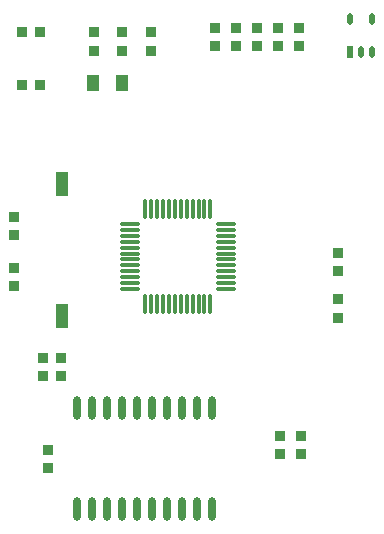
<source format=gtp>
%FSLAX25Y25*%
%MOIN*%
G70*
G01*
G75*
G04 Layer_Color=8421504*
%ADD10O,0.02400X0.08000*%
%ADD11R,0.03740X0.03543*%
%ADD12R,0.03543X0.03740*%
%ADD13O,0.07087X0.01181*%
%ADD14O,0.01181X0.07087*%
%ADD15R,0.02000X0.04000*%
%ADD16O,0.02000X0.04000*%
%ADD17R,0.03937X0.05709*%
%ADD18R,0.03937X0.07874*%
%ADD19C,0.01000*%
%ADD20O,0.05512X0.04724*%
%ADD21R,0.05512X0.04724*%
%ADD22C,0.19685*%
%ADD23R,0.07284X0.07284*%
%ADD24C,0.07284*%
%ADD25C,0.05512*%
%ADD26R,0.05512X0.05512*%
%ADD27C,0.03000*%
%ADD28C,0.00984*%
%ADD29C,0.02362*%
%ADD30C,0.00787*%
%ADD31C,0.00394*%
%ADD32C,0.00800*%
D10*
X398500Y430571D02*
D03*
X403500D02*
D03*
X408500D02*
D03*
X413500D02*
D03*
X418500D02*
D03*
X423500D02*
D03*
X428500D02*
D03*
X433500D02*
D03*
X438500D02*
D03*
X443500D02*
D03*
Y464429D02*
D03*
X438500D02*
D03*
X433500D02*
D03*
X428500D02*
D03*
X423500D02*
D03*
X418500D02*
D03*
X413500D02*
D03*
X408500D02*
D03*
X403500D02*
D03*
X398500D02*
D03*
D11*
X393051Y475000D02*
D03*
X386949D02*
D03*
X379949Y589748D02*
D03*
X386051D02*
D03*
X379949Y572000D02*
D03*
X386051D02*
D03*
X393051Y481000D02*
D03*
X386949D02*
D03*
D12*
X377500Y511051D02*
D03*
Y504949D02*
D03*
X388700Y450451D02*
D03*
Y444349D02*
D03*
X485500Y516051D02*
D03*
Y509949D02*
D03*
Y500551D02*
D03*
Y494449D02*
D03*
X473031Y455047D02*
D03*
Y448945D02*
D03*
X466000Y455051D02*
D03*
Y448949D02*
D03*
X404000Y589551D02*
D03*
Y583449D02*
D03*
X423000Y583449D02*
D03*
Y589551D02*
D03*
X413500Y589551D02*
D03*
Y583449D02*
D03*
X377500Y521949D02*
D03*
Y528051D02*
D03*
X458500Y591051D02*
D03*
Y584949D02*
D03*
X465500D02*
D03*
Y591051D02*
D03*
X472500Y584949D02*
D03*
Y591051D02*
D03*
X451500D02*
D03*
Y584949D02*
D03*
X444500Y584949D02*
D03*
Y591051D02*
D03*
D13*
X416012Y525658D02*
D03*
Y523689D02*
D03*
Y521721D02*
D03*
Y519752D02*
D03*
Y517783D02*
D03*
Y515815D02*
D03*
Y513846D02*
D03*
Y511878D02*
D03*
Y509909D02*
D03*
Y507941D02*
D03*
Y505972D02*
D03*
Y504004D02*
D03*
X447902D02*
D03*
Y505972D02*
D03*
Y507941D02*
D03*
Y509909D02*
D03*
Y511878D02*
D03*
Y513846D02*
D03*
Y515815D02*
D03*
Y517783D02*
D03*
Y519752D02*
D03*
Y521721D02*
D03*
Y523689D02*
D03*
Y525658D02*
D03*
D14*
X421130Y498886D02*
D03*
X423098D02*
D03*
X425067D02*
D03*
X427035D02*
D03*
X429004D02*
D03*
X430972D02*
D03*
X432941D02*
D03*
X434909D02*
D03*
X436878D02*
D03*
X438846D02*
D03*
X440815D02*
D03*
X442783D02*
D03*
Y530776D02*
D03*
X440815D02*
D03*
X438846D02*
D03*
X436878D02*
D03*
X434909D02*
D03*
X432941D02*
D03*
X430972D02*
D03*
X429004D02*
D03*
X427035D02*
D03*
X425067D02*
D03*
X423098D02*
D03*
X421130D02*
D03*
D15*
X489260Y583000D02*
D03*
D16*
X493000D02*
D03*
X496740D02*
D03*
X489260Y594000D02*
D03*
X496740D02*
D03*
D17*
X403776Y572500D02*
D03*
X413224D02*
D03*
D18*
X393500Y539000D02*
D03*
Y495000D02*
D03*
M02*

</source>
